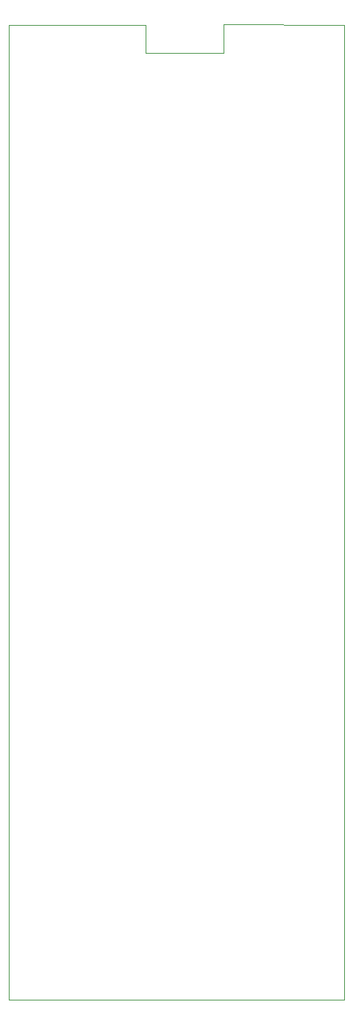
<source format=gbr>
%TF.GenerationSoftware,KiCad,Pcbnew,9.0.2*%
%TF.CreationDate,2025-08-02T15:51:21+02:00*%
%TF.ProjectId,DuploTrainController NG,4475706c-6f54-4726-9169-6e436f6e7472,rev?*%
%TF.SameCoordinates,PX3473bc0PY1d905c0*%
%TF.FileFunction,Profile,NP*%
%FSLAX46Y46*%
G04 Gerber Fmt 4.6, Leading zero omitted, Abs format (unit mm)*
G04 Created by KiCad (PCBNEW 9.0.2) date 2025-08-02 15:51:21*
%MOMM*%
%LPD*%
G01*
G04 APERTURE LIST*
%TA.AperFunction,Profile*%
%ADD10C,0.050000*%
%TD*%
G04 APERTURE END LIST*
D10*
X38500000Y-50000D02*
X38500000Y-112200000D01*
X-150000Y-112200000D01*
X-150000Y-50000D01*
X15650000Y-50000D01*
X15650000Y-3250000D01*
X24600000Y-3250000D01*
X24600000Y-2721D01*
X38500000Y-50000D01*
M02*

</source>
